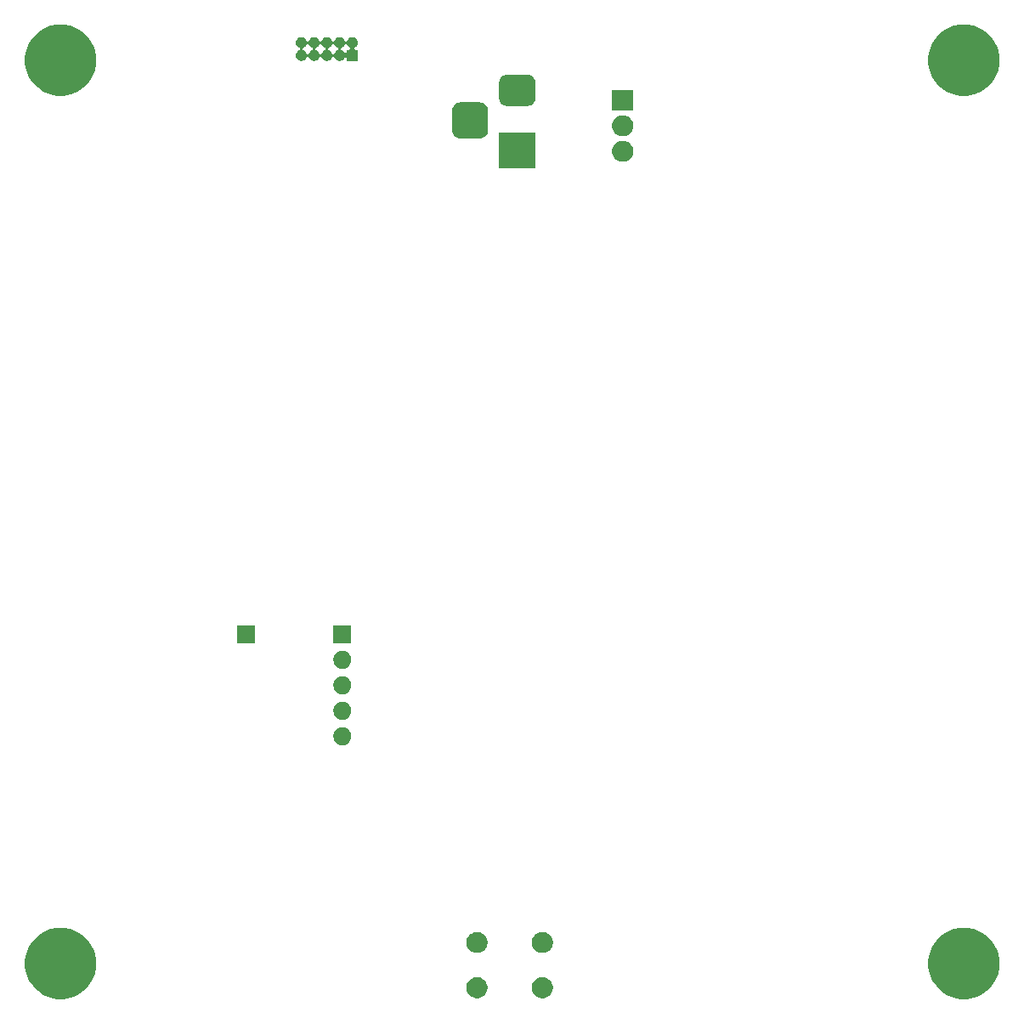
<source format=gbr>
G04 #@! TF.GenerationSoftware,KiCad,Pcbnew,(5.1.5-0-10_14)*
G04 #@! TF.CreationDate,2020-05-09T18:14:48-06:00*
G04 #@! TF.ProjectId,business-card-v3-programmer-board-pcb,62757369-6e65-4737-932d-636172642d76,rev?*
G04 #@! TF.SameCoordinates,Original*
G04 #@! TF.FileFunction,Soldermask,Bot*
G04 #@! TF.FilePolarity,Negative*
%FSLAX46Y46*%
G04 Gerber Fmt 4.6, Leading zero omitted, Abs format (unit mm)*
G04 Created by KiCad (PCBNEW (5.1.5-0-10_14)) date 2020-05-09 18:14:48*
%MOMM*%
%LPD*%
G04 APERTURE LIST*
%ADD10C,0.100000*%
G04 APERTURE END LIST*
D10*
G36*
X193535787Y-151585462D02*
G01*
X193535790Y-151585463D01*
X193535789Y-151585463D01*
X194182029Y-151853144D01*
X194763631Y-152241758D01*
X195258242Y-152736369D01*
X195646856Y-153317971D01*
X195754552Y-153577973D01*
X195914538Y-153964213D01*
X196051000Y-154650256D01*
X196051000Y-155349744D01*
X195914538Y-156035787D01*
X195914537Y-156035789D01*
X195646856Y-156682029D01*
X195258242Y-157263631D01*
X194763631Y-157758242D01*
X194182029Y-158146856D01*
X193994905Y-158224365D01*
X193535787Y-158414538D01*
X192849744Y-158551000D01*
X192150256Y-158551000D01*
X191464213Y-158414538D01*
X191005095Y-158224365D01*
X190817971Y-158146856D01*
X190236369Y-157758242D01*
X189741758Y-157263631D01*
X189353144Y-156682029D01*
X189085463Y-156035789D01*
X189085462Y-156035787D01*
X188949000Y-155349744D01*
X188949000Y-154650256D01*
X189085462Y-153964213D01*
X189245448Y-153577973D01*
X189353144Y-153317971D01*
X189741758Y-152736369D01*
X190236369Y-152241758D01*
X190817971Y-151853144D01*
X191464211Y-151585463D01*
X191464210Y-151585463D01*
X191464213Y-151585462D01*
X192150256Y-151449000D01*
X192849744Y-151449000D01*
X193535787Y-151585462D01*
G37*
G36*
X103535787Y-151585462D02*
G01*
X103535790Y-151585463D01*
X103535789Y-151585463D01*
X104182029Y-151853144D01*
X104763631Y-152241758D01*
X105258242Y-152736369D01*
X105646856Y-153317971D01*
X105754552Y-153577973D01*
X105914538Y-153964213D01*
X106051000Y-154650256D01*
X106051000Y-155349744D01*
X105914538Y-156035787D01*
X105914537Y-156035789D01*
X105646856Y-156682029D01*
X105258242Y-157263631D01*
X104763631Y-157758242D01*
X104182029Y-158146856D01*
X103994905Y-158224365D01*
X103535787Y-158414538D01*
X102849744Y-158551000D01*
X102150256Y-158551000D01*
X101464213Y-158414538D01*
X101005095Y-158224365D01*
X100817971Y-158146856D01*
X100236369Y-157758242D01*
X99741758Y-157263631D01*
X99353144Y-156682029D01*
X99085463Y-156035789D01*
X99085462Y-156035787D01*
X98949000Y-155349744D01*
X98949000Y-154650256D01*
X99085462Y-153964213D01*
X99245448Y-153577973D01*
X99353144Y-153317971D01*
X99741758Y-152736369D01*
X100236369Y-152241758D01*
X100817971Y-151853144D01*
X101464211Y-151585463D01*
X101464210Y-151585463D01*
X101464213Y-151585462D01*
X102150256Y-151449000D01*
X102849744Y-151449000D01*
X103535787Y-151585462D01*
G37*
G36*
X150806564Y-156397389D02*
G01*
X150949232Y-156456484D01*
X150997835Y-156476616D01*
X151041573Y-156505841D01*
X151169973Y-156591635D01*
X151316365Y-156738027D01*
X151431385Y-156910167D01*
X151510611Y-157101436D01*
X151551000Y-157304484D01*
X151551000Y-157511516D01*
X151510611Y-157714564D01*
X151431385Y-157905833D01*
X151431384Y-157905835D01*
X151316365Y-158077973D01*
X151169973Y-158224365D01*
X150997835Y-158339384D01*
X150997834Y-158339385D01*
X150997833Y-158339385D01*
X150806564Y-158418611D01*
X150603516Y-158459000D01*
X150396484Y-158459000D01*
X150193436Y-158418611D01*
X150002167Y-158339385D01*
X150002166Y-158339385D01*
X150002165Y-158339384D01*
X149830027Y-158224365D01*
X149683635Y-158077973D01*
X149568616Y-157905835D01*
X149568615Y-157905833D01*
X149489389Y-157714564D01*
X149449000Y-157511516D01*
X149449000Y-157304484D01*
X149489389Y-157101436D01*
X149568615Y-156910167D01*
X149683635Y-156738027D01*
X149830027Y-156591635D01*
X149958427Y-156505841D01*
X150002165Y-156476616D01*
X150050768Y-156456484D01*
X150193436Y-156397389D01*
X150396484Y-156357000D01*
X150603516Y-156357000D01*
X150806564Y-156397389D01*
G37*
G36*
X144306564Y-156397389D02*
G01*
X144449232Y-156456484D01*
X144497835Y-156476616D01*
X144541573Y-156505841D01*
X144669973Y-156591635D01*
X144816365Y-156738027D01*
X144931385Y-156910167D01*
X145010611Y-157101436D01*
X145051000Y-157304484D01*
X145051000Y-157511516D01*
X145010611Y-157714564D01*
X144931385Y-157905833D01*
X144931384Y-157905835D01*
X144816365Y-158077973D01*
X144669973Y-158224365D01*
X144497835Y-158339384D01*
X144497834Y-158339385D01*
X144497833Y-158339385D01*
X144306564Y-158418611D01*
X144103516Y-158459000D01*
X143896484Y-158459000D01*
X143693436Y-158418611D01*
X143502167Y-158339385D01*
X143502166Y-158339385D01*
X143502165Y-158339384D01*
X143330027Y-158224365D01*
X143183635Y-158077973D01*
X143068616Y-157905835D01*
X143068615Y-157905833D01*
X142989389Y-157714564D01*
X142949000Y-157511516D01*
X142949000Y-157304484D01*
X142989389Y-157101436D01*
X143068615Y-156910167D01*
X143183635Y-156738027D01*
X143330027Y-156591635D01*
X143458427Y-156505841D01*
X143502165Y-156476616D01*
X143550768Y-156456484D01*
X143693436Y-156397389D01*
X143896484Y-156357000D01*
X144103516Y-156357000D01*
X144306564Y-156397389D01*
G37*
G36*
X144306564Y-151897389D02*
G01*
X144494728Y-151975329D01*
X144497835Y-151976616D01*
X144569777Y-152024686D01*
X144669973Y-152091635D01*
X144816365Y-152238027D01*
X144931385Y-152410167D01*
X145010611Y-152601436D01*
X145051000Y-152804484D01*
X145051000Y-153011516D01*
X145010611Y-153214564D01*
X144967778Y-153317972D01*
X144931384Y-153405835D01*
X144816365Y-153577973D01*
X144669973Y-153724365D01*
X144497835Y-153839384D01*
X144497834Y-153839385D01*
X144497833Y-153839385D01*
X144306564Y-153918611D01*
X144103516Y-153959000D01*
X143896484Y-153959000D01*
X143693436Y-153918611D01*
X143502167Y-153839385D01*
X143502166Y-153839385D01*
X143502165Y-153839384D01*
X143330027Y-153724365D01*
X143183635Y-153577973D01*
X143068616Y-153405835D01*
X143032222Y-153317972D01*
X142989389Y-153214564D01*
X142949000Y-153011516D01*
X142949000Y-152804484D01*
X142989389Y-152601436D01*
X143068615Y-152410167D01*
X143183635Y-152238027D01*
X143330027Y-152091635D01*
X143430223Y-152024686D01*
X143502165Y-151976616D01*
X143505272Y-151975329D01*
X143693436Y-151897389D01*
X143896484Y-151857000D01*
X144103516Y-151857000D01*
X144306564Y-151897389D01*
G37*
G36*
X150806564Y-151897389D02*
G01*
X150994728Y-151975329D01*
X150997835Y-151976616D01*
X151069777Y-152024686D01*
X151169973Y-152091635D01*
X151316365Y-152238027D01*
X151431385Y-152410167D01*
X151510611Y-152601436D01*
X151551000Y-152804484D01*
X151551000Y-153011516D01*
X151510611Y-153214564D01*
X151467778Y-153317972D01*
X151431384Y-153405835D01*
X151316365Y-153577973D01*
X151169973Y-153724365D01*
X150997835Y-153839384D01*
X150997834Y-153839385D01*
X150997833Y-153839385D01*
X150806564Y-153918611D01*
X150603516Y-153959000D01*
X150396484Y-153959000D01*
X150193436Y-153918611D01*
X150002167Y-153839385D01*
X150002166Y-153839385D01*
X150002165Y-153839384D01*
X149830027Y-153724365D01*
X149683635Y-153577973D01*
X149568616Y-153405835D01*
X149532222Y-153317972D01*
X149489389Y-153214564D01*
X149449000Y-153011516D01*
X149449000Y-152804484D01*
X149489389Y-152601436D01*
X149568615Y-152410167D01*
X149683635Y-152238027D01*
X149830027Y-152091635D01*
X149930223Y-152024686D01*
X150002165Y-151976616D01*
X150005272Y-151975329D01*
X150193436Y-151897389D01*
X150396484Y-151857000D01*
X150603516Y-151857000D01*
X150806564Y-151897389D01*
G37*
G36*
X130689512Y-131463927D02*
G01*
X130838812Y-131493624D01*
X131002784Y-131561544D01*
X131150354Y-131660147D01*
X131275853Y-131785646D01*
X131374456Y-131933216D01*
X131442376Y-132097188D01*
X131477000Y-132271259D01*
X131477000Y-132448741D01*
X131442376Y-132622812D01*
X131374456Y-132786784D01*
X131275853Y-132934354D01*
X131150354Y-133059853D01*
X131002784Y-133158456D01*
X130838812Y-133226376D01*
X130689512Y-133256073D01*
X130664742Y-133261000D01*
X130487258Y-133261000D01*
X130462488Y-133256073D01*
X130313188Y-133226376D01*
X130149216Y-133158456D01*
X130001646Y-133059853D01*
X129876147Y-132934354D01*
X129777544Y-132786784D01*
X129709624Y-132622812D01*
X129675000Y-132448741D01*
X129675000Y-132271259D01*
X129709624Y-132097188D01*
X129777544Y-131933216D01*
X129876147Y-131785646D01*
X130001646Y-131660147D01*
X130149216Y-131561544D01*
X130313188Y-131493624D01*
X130462488Y-131463927D01*
X130487258Y-131459000D01*
X130664742Y-131459000D01*
X130689512Y-131463927D01*
G37*
G36*
X130689512Y-128923927D02*
G01*
X130838812Y-128953624D01*
X131002784Y-129021544D01*
X131150354Y-129120147D01*
X131275853Y-129245646D01*
X131374456Y-129393216D01*
X131442376Y-129557188D01*
X131477000Y-129731259D01*
X131477000Y-129908741D01*
X131442376Y-130082812D01*
X131374456Y-130246784D01*
X131275853Y-130394354D01*
X131150354Y-130519853D01*
X131002784Y-130618456D01*
X130838812Y-130686376D01*
X130689512Y-130716073D01*
X130664742Y-130721000D01*
X130487258Y-130721000D01*
X130462488Y-130716073D01*
X130313188Y-130686376D01*
X130149216Y-130618456D01*
X130001646Y-130519853D01*
X129876147Y-130394354D01*
X129777544Y-130246784D01*
X129709624Y-130082812D01*
X129675000Y-129908741D01*
X129675000Y-129731259D01*
X129709624Y-129557188D01*
X129777544Y-129393216D01*
X129876147Y-129245646D01*
X130001646Y-129120147D01*
X130149216Y-129021544D01*
X130313188Y-128953624D01*
X130462488Y-128923927D01*
X130487258Y-128919000D01*
X130664742Y-128919000D01*
X130689512Y-128923927D01*
G37*
G36*
X130689512Y-126383927D02*
G01*
X130838812Y-126413624D01*
X131002784Y-126481544D01*
X131150354Y-126580147D01*
X131275853Y-126705646D01*
X131374456Y-126853216D01*
X131442376Y-127017188D01*
X131477000Y-127191259D01*
X131477000Y-127368741D01*
X131442376Y-127542812D01*
X131374456Y-127706784D01*
X131275853Y-127854354D01*
X131150354Y-127979853D01*
X131002784Y-128078456D01*
X130838812Y-128146376D01*
X130689512Y-128176073D01*
X130664742Y-128181000D01*
X130487258Y-128181000D01*
X130462488Y-128176073D01*
X130313188Y-128146376D01*
X130149216Y-128078456D01*
X130001646Y-127979853D01*
X129876147Y-127854354D01*
X129777544Y-127706784D01*
X129709624Y-127542812D01*
X129675000Y-127368741D01*
X129675000Y-127191259D01*
X129709624Y-127017188D01*
X129777544Y-126853216D01*
X129876147Y-126705646D01*
X130001646Y-126580147D01*
X130149216Y-126481544D01*
X130313188Y-126413624D01*
X130462488Y-126383927D01*
X130487258Y-126379000D01*
X130664742Y-126379000D01*
X130689512Y-126383927D01*
G37*
G36*
X130689512Y-123843927D02*
G01*
X130838812Y-123873624D01*
X131002784Y-123941544D01*
X131150354Y-124040147D01*
X131275853Y-124165646D01*
X131374456Y-124313216D01*
X131442376Y-124477188D01*
X131477000Y-124651259D01*
X131477000Y-124828741D01*
X131442376Y-125002812D01*
X131374456Y-125166784D01*
X131275853Y-125314354D01*
X131150354Y-125439853D01*
X131002784Y-125538456D01*
X130838812Y-125606376D01*
X130689512Y-125636073D01*
X130664742Y-125641000D01*
X130487258Y-125641000D01*
X130462488Y-125636073D01*
X130313188Y-125606376D01*
X130149216Y-125538456D01*
X130001646Y-125439853D01*
X129876147Y-125314354D01*
X129777544Y-125166784D01*
X129709624Y-125002812D01*
X129675000Y-124828741D01*
X129675000Y-124651259D01*
X129709624Y-124477188D01*
X129777544Y-124313216D01*
X129876147Y-124165646D01*
X130001646Y-124040147D01*
X130149216Y-123941544D01*
X130313188Y-123873624D01*
X130462488Y-123843927D01*
X130487258Y-123839000D01*
X130664742Y-123839000D01*
X130689512Y-123843927D01*
G37*
G36*
X131477000Y-123101000D02*
G01*
X129675000Y-123101000D01*
X129675000Y-121299000D01*
X131477000Y-121299000D01*
X131477000Y-123101000D01*
G37*
G36*
X121901000Y-123101000D02*
G01*
X120099000Y-123101000D01*
X120099000Y-121299000D01*
X121901000Y-121299000D01*
X121901000Y-123101000D01*
G37*
G36*
X149801000Y-75801000D02*
G01*
X146199000Y-75801000D01*
X146199000Y-72199000D01*
X149801000Y-72199000D01*
X149801000Y-75801000D01*
G37*
G36*
X158806564Y-73069389D02*
G01*
X158997833Y-73148615D01*
X158997835Y-73148616D01*
X159169973Y-73263635D01*
X159316365Y-73410027D01*
X159431385Y-73582167D01*
X159510611Y-73773436D01*
X159551000Y-73976484D01*
X159551000Y-74183516D01*
X159510611Y-74386564D01*
X159431385Y-74577833D01*
X159431384Y-74577835D01*
X159316365Y-74749973D01*
X159169973Y-74896365D01*
X158997835Y-75011384D01*
X158997834Y-75011385D01*
X158997833Y-75011385D01*
X158806564Y-75090611D01*
X158603516Y-75131000D01*
X158396484Y-75131000D01*
X158193436Y-75090611D01*
X158002167Y-75011385D01*
X158002166Y-75011385D01*
X158002165Y-75011384D01*
X157830027Y-74896365D01*
X157683635Y-74749973D01*
X157568616Y-74577835D01*
X157568615Y-74577833D01*
X157489389Y-74386564D01*
X157449000Y-74183516D01*
X157449000Y-73976484D01*
X157489389Y-73773436D01*
X157568615Y-73582167D01*
X157683635Y-73410027D01*
X157830027Y-73263635D01*
X158002165Y-73148616D01*
X158002167Y-73148615D01*
X158193436Y-73069389D01*
X158396484Y-73029000D01*
X158603516Y-73029000D01*
X158806564Y-73069389D01*
G37*
G36*
X144426366Y-69215695D02*
G01*
X144583460Y-69263349D01*
X144728231Y-69340731D01*
X144855128Y-69444872D01*
X144959269Y-69571769D01*
X145036651Y-69716540D01*
X145084305Y-69873634D01*
X145101000Y-70043140D01*
X145101000Y-71956860D01*
X145084305Y-72126366D01*
X145036651Y-72283460D01*
X144959269Y-72428231D01*
X144855128Y-72555128D01*
X144728231Y-72659269D01*
X144583460Y-72736651D01*
X144426366Y-72784305D01*
X144256860Y-72801000D01*
X142343140Y-72801000D01*
X142173634Y-72784305D01*
X142016540Y-72736651D01*
X141871769Y-72659269D01*
X141744872Y-72555128D01*
X141640731Y-72428231D01*
X141563349Y-72283460D01*
X141515695Y-72126366D01*
X141499000Y-71956860D01*
X141499000Y-70043140D01*
X141515695Y-69873634D01*
X141563349Y-69716540D01*
X141640731Y-69571769D01*
X141744872Y-69444872D01*
X141871769Y-69340731D01*
X142016540Y-69263349D01*
X142173634Y-69215695D01*
X142343140Y-69199000D01*
X144256860Y-69199000D01*
X144426366Y-69215695D01*
G37*
G36*
X158806564Y-70529389D02*
G01*
X158997833Y-70608615D01*
X158997835Y-70608616D01*
X159169973Y-70723635D01*
X159316365Y-70870027D01*
X159431385Y-71042167D01*
X159510611Y-71233436D01*
X159551000Y-71436484D01*
X159551000Y-71643516D01*
X159510611Y-71846564D01*
X159488270Y-71900500D01*
X159431384Y-72037835D01*
X159316365Y-72209973D01*
X159169973Y-72356365D01*
X158997835Y-72471384D01*
X158997834Y-72471385D01*
X158997833Y-72471385D01*
X158806564Y-72550611D01*
X158603516Y-72591000D01*
X158396484Y-72591000D01*
X158193436Y-72550611D01*
X158002167Y-72471385D01*
X158002166Y-72471385D01*
X158002165Y-72471384D01*
X157830027Y-72356365D01*
X157683635Y-72209973D01*
X157568616Y-72037835D01*
X157511730Y-71900500D01*
X157489389Y-71846564D01*
X157449000Y-71643516D01*
X157449000Y-71436484D01*
X157489389Y-71233436D01*
X157568615Y-71042167D01*
X157683635Y-70870027D01*
X157830027Y-70723635D01*
X158002165Y-70608616D01*
X158002167Y-70608615D01*
X158193436Y-70529389D01*
X158396484Y-70489000D01*
X158603516Y-70489000D01*
X158806564Y-70529389D01*
G37*
G36*
X159551000Y-70051000D02*
G01*
X157449000Y-70051000D01*
X157449000Y-67949000D01*
X159551000Y-67949000D01*
X159551000Y-70051000D01*
G37*
G36*
X149226979Y-66463293D02*
G01*
X149360625Y-66503834D01*
X149483784Y-66569664D01*
X149591740Y-66658260D01*
X149680336Y-66766216D01*
X149746166Y-66889375D01*
X149786707Y-67023021D01*
X149801000Y-67168140D01*
X149801000Y-68831860D01*
X149786707Y-68976979D01*
X149746166Y-69110625D01*
X149680336Y-69233784D01*
X149591740Y-69341740D01*
X149483784Y-69430336D01*
X149360625Y-69496166D01*
X149226979Y-69536707D01*
X149081860Y-69551000D01*
X146918140Y-69551000D01*
X146773021Y-69536707D01*
X146639375Y-69496166D01*
X146516216Y-69430336D01*
X146408260Y-69341740D01*
X146319664Y-69233784D01*
X146253834Y-69110625D01*
X146213293Y-68976979D01*
X146199000Y-68831860D01*
X146199000Y-67168140D01*
X146213293Y-67023021D01*
X146253834Y-66889375D01*
X146319664Y-66766216D01*
X146408260Y-66658260D01*
X146516216Y-66569664D01*
X146639375Y-66503834D01*
X146773021Y-66463293D01*
X146918140Y-66449000D01*
X149081860Y-66449000D01*
X149226979Y-66463293D01*
G37*
G36*
X103535787Y-61585462D02*
G01*
X103535790Y-61585463D01*
X103535789Y-61585463D01*
X104182029Y-61853144D01*
X104763631Y-62241758D01*
X105258242Y-62736369D01*
X105646856Y-63317971D01*
X105761541Y-63594845D01*
X105914538Y-63964213D01*
X106051000Y-64650256D01*
X106051000Y-65349744D01*
X105914538Y-66035787D01*
X105914537Y-66035789D01*
X105646856Y-66682029D01*
X105258242Y-67263631D01*
X104763631Y-67758242D01*
X104182029Y-68146856D01*
X103725068Y-68336135D01*
X103535787Y-68414538D01*
X102849744Y-68551000D01*
X102150256Y-68551000D01*
X101464213Y-68414538D01*
X101274932Y-68336135D01*
X100817971Y-68146856D01*
X100236369Y-67758242D01*
X99741758Y-67263631D01*
X99353144Y-66682029D01*
X99085463Y-66035789D01*
X99085462Y-66035787D01*
X98949000Y-65349744D01*
X98949000Y-64650256D01*
X99085462Y-63964213D01*
X99238459Y-63594845D01*
X99353144Y-63317971D01*
X99741758Y-62736369D01*
X100236369Y-62241758D01*
X100817971Y-61853144D01*
X101464211Y-61585463D01*
X101464210Y-61585463D01*
X101464213Y-61585462D01*
X102150256Y-61449000D01*
X102849744Y-61449000D01*
X103535787Y-61585462D01*
G37*
G36*
X193535787Y-61585462D02*
G01*
X193535790Y-61585463D01*
X193535789Y-61585463D01*
X194182029Y-61853144D01*
X194763631Y-62241758D01*
X195258242Y-62736369D01*
X195646856Y-63317971D01*
X195761541Y-63594845D01*
X195914538Y-63964213D01*
X196051000Y-64650256D01*
X196051000Y-65349744D01*
X195914538Y-66035787D01*
X195914537Y-66035789D01*
X195646856Y-66682029D01*
X195258242Y-67263631D01*
X194763631Y-67758242D01*
X194182029Y-68146856D01*
X193725068Y-68336135D01*
X193535787Y-68414538D01*
X192849744Y-68551000D01*
X192150256Y-68551000D01*
X191464213Y-68414538D01*
X191274932Y-68336135D01*
X190817971Y-68146856D01*
X190236369Y-67758242D01*
X189741758Y-67263631D01*
X189353144Y-66682029D01*
X189085463Y-66035789D01*
X189085462Y-66035787D01*
X188949000Y-65349744D01*
X188949000Y-64650256D01*
X189085462Y-63964213D01*
X189238459Y-63594845D01*
X189353144Y-63317971D01*
X189741758Y-62736369D01*
X190236369Y-62241758D01*
X190817971Y-61853144D01*
X191464211Y-61585463D01*
X191464210Y-61585463D01*
X191464213Y-61585462D01*
X192150256Y-61449000D01*
X192849744Y-61449000D01*
X193535787Y-61585462D01*
G37*
G36*
X126652721Y-62716174D02*
G01*
X126752995Y-62757709D01*
X126752996Y-62757710D01*
X126843242Y-62818010D01*
X126919990Y-62894758D01*
X126919991Y-62894760D01*
X126980291Y-62985005D01*
X127011516Y-63060389D01*
X127023067Y-63082000D01*
X127038612Y-63100941D01*
X127057554Y-63116487D01*
X127079165Y-63128038D01*
X127102614Y-63135151D01*
X127127000Y-63137553D01*
X127151386Y-63135151D01*
X127174835Y-63128038D01*
X127196446Y-63116487D01*
X127215387Y-63100942D01*
X127230933Y-63082000D01*
X127242484Y-63060389D01*
X127273709Y-62985005D01*
X127334009Y-62894760D01*
X127334010Y-62894758D01*
X127410758Y-62818010D01*
X127501004Y-62757710D01*
X127501005Y-62757709D01*
X127601279Y-62716174D01*
X127707730Y-62695000D01*
X127816270Y-62695000D01*
X127922721Y-62716174D01*
X128022995Y-62757709D01*
X128022996Y-62757710D01*
X128113242Y-62818010D01*
X128189990Y-62894758D01*
X128189991Y-62894760D01*
X128250291Y-62985005D01*
X128281516Y-63060389D01*
X128293067Y-63082000D01*
X128308612Y-63100941D01*
X128327554Y-63116487D01*
X128349165Y-63128038D01*
X128372614Y-63135151D01*
X128397000Y-63137553D01*
X128421386Y-63135151D01*
X128444835Y-63128038D01*
X128466446Y-63116487D01*
X128485387Y-63100942D01*
X128500933Y-63082000D01*
X128512484Y-63060389D01*
X128543709Y-62985005D01*
X128604009Y-62894760D01*
X128604010Y-62894758D01*
X128680758Y-62818010D01*
X128771004Y-62757710D01*
X128771005Y-62757709D01*
X128871279Y-62716174D01*
X128977730Y-62695000D01*
X129086270Y-62695000D01*
X129192721Y-62716174D01*
X129292995Y-62757709D01*
X129292996Y-62757710D01*
X129383242Y-62818010D01*
X129459990Y-62894758D01*
X129459991Y-62894760D01*
X129520291Y-62985005D01*
X129551516Y-63060389D01*
X129563067Y-63082000D01*
X129578612Y-63100941D01*
X129597554Y-63116487D01*
X129619165Y-63128038D01*
X129642614Y-63135151D01*
X129667000Y-63137553D01*
X129691386Y-63135151D01*
X129714835Y-63128038D01*
X129736446Y-63116487D01*
X129755387Y-63100942D01*
X129770933Y-63082000D01*
X129782484Y-63060389D01*
X129813709Y-62985005D01*
X129874009Y-62894760D01*
X129874010Y-62894758D01*
X129950758Y-62818010D01*
X130041004Y-62757710D01*
X130041005Y-62757709D01*
X130141279Y-62716174D01*
X130247730Y-62695000D01*
X130356270Y-62695000D01*
X130462721Y-62716174D01*
X130562995Y-62757709D01*
X130562996Y-62757710D01*
X130653242Y-62818010D01*
X130729990Y-62894758D01*
X130729991Y-62894760D01*
X130790291Y-62985005D01*
X130821516Y-63060389D01*
X130833067Y-63082000D01*
X130848612Y-63100941D01*
X130867554Y-63116487D01*
X130889165Y-63128038D01*
X130912614Y-63135151D01*
X130937000Y-63137553D01*
X130961386Y-63135151D01*
X130984835Y-63128038D01*
X131006446Y-63116487D01*
X131025387Y-63100942D01*
X131040933Y-63082000D01*
X131052484Y-63060389D01*
X131083709Y-62985005D01*
X131144009Y-62894760D01*
X131144010Y-62894758D01*
X131220758Y-62818010D01*
X131311004Y-62757710D01*
X131311005Y-62757709D01*
X131411279Y-62716174D01*
X131517730Y-62695000D01*
X131626270Y-62695000D01*
X131732721Y-62716174D01*
X131832995Y-62757709D01*
X131832996Y-62757710D01*
X131923242Y-62818010D01*
X131999990Y-62894758D01*
X131999991Y-62894760D01*
X132060291Y-62985005D01*
X132101826Y-63085279D01*
X132123000Y-63191730D01*
X132123000Y-63300270D01*
X132101826Y-63406721D01*
X132060291Y-63506995D01*
X132060290Y-63506996D01*
X131999990Y-63597242D01*
X131923242Y-63673990D01*
X131891816Y-63694988D01*
X131830336Y-63736068D01*
X131811394Y-63751614D01*
X131795849Y-63770556D01*
X131784298Y-63792167D01*
X131777185Y-63815615D01*
X131774783Y-63840002D01*
X131777185Y-63864388D01*
X131784298Y-63887837D01*
X131795849Y-63909447D01*
X131811395Y-63928389D01*
X131830337Y-63943934D01*
X131851948Y-63955485D01*
X131875396Y-63962598D01*
X131899782Y-63965000D01*
X132123000Y-63965000D01*
X132123000Y-65067000D01*
X131021000Y-65067000D01*
X131021000Y-64843782D01*
X131018598Y-64819396D01*
X131011485Y-64795947D01*
X130999934Y-64774336D01*
X130984389Y-64755394D01*
X130965447Y-64739849D01*
X130943836Y-64728298D01*
X130920387Y-64721185D01*
X130896001Y-64718783D01*
X130871615Y-64721185D01*
X130848166Y-64728298D01*
X130826555Y-64739849D01*
X130807613Y-64755394D01*
X130792068Y-64774336D01*
X130750988Y-64835816D01*
X130729990Y-64867242D01*
X130653242Y-64943990D01*
X130635896Y-64955580D01*
X130562995Y-65004291D01*
X130462721Y-65045826D01*
X130356270Y-65067000D01*
X130247730Y-65067000D01*
X130141279Y-65045826D01*
X130041005Y-65004291D01*
X129968104Y-64955580D01*
X129950758Y-64943990D01*
X129874010Y-64867242D01*
X129842041Y-64819396D01*
X129813709Y-64776995D01*
X129782484Y-64701611D01*
X129770933Y-64680000D01*
X129755388Y-64661059D01*
X129736446Y-64645513D01*
X129714835Y-64633962D01*
X129691386Y-64626849D01*
X129667000Y-64624447D01*
X129642614Y-64626849D01*
X129619165Y-64633962D01*
X129597554Y-64645513D01*
X129578613Y-64661058D01*
X129563067Y-64680000D01*
X129551516Y-64701611D01*
X129520291Y-64776995D01*
X129491959Y-64819396D01*
X129459990Y-64867242D01*
X129383242Y-64943990D01*
X129365896Y-64955580D01*
X129292995Y-65004291D01*
X129192721Y-65045826D01*
X129086270Y-65067000D01*
X128977730Y-65067000D01*
X128871279Y-65045826D01*
X128771005Y-65004291D01*
X128698104Y-64955580D01*
X128680758Y-64943990D01*
X128604010Y-64867242D01*
X128572041Y-64819396D01*
X128543709Y-64776995D01*
X128512484Y-64701611D01*
X128500933Y-64680000D01*
X128485388Y-64661059D01*
X128466446Y-64645513D01*
X128444835Y-64633962D01*
X128421386Y-64626849D01*
X128397000Y-64624447D01*
X128372614Y-64626849D01*
X128349165Y-64633962D01*
X128327554Y-64645513D01*
X128308613Y-64661058D01*
X128293067Y-64680000D01*
X128281516Y-64701611D01*
X128250291Y-64776995D01*
X128221959Y-64819396D01*
X128189990Y-64867242D01*
X128113242Y-64943990D01*
X128095896Y-64955580D01*
X128022995Y-65004291D01*
X127922721Y-65045826D01*
X127816270Y-65067000D01*
X127707730Y-65067000D01*
X127601279Y-65045826D01*
X127501005Y-65004291D01*
X127428104Y-64955580D01*
X127410758Y-64943990D01*
X127334010Y-64867242D01*
X127302041Y-64819396D01*
X127273709Y-64776995D01*
X127242484Y-64701611D01*
X127230933Y-64680000D01*
X127215388Y-64661059D01*
X127196446Y-64645513D01*
X127174835Y-64633962D01*
X127151386Y-64626849D01*
X127127000Y-64624447D01*
X127102614Y-64626849D01*
X127079165Y-64633962D01*
X127057554Y-64645513D01*
X127038613Y-64661058D01*
X127023067Y-64680000D01*
X127011516Y-64701611D01*
X126980291Y-64776995D01*
X126951959Y-64819396D01*
X126919990Y-64867242D01*
X126843242Y-64943990D01*
X126825896Y-64955580D01*
X126752995Y-65004291D01*
X126652721Y-65045826D01*
X126546270Y-65067000D01*
X126437730Y-65067000D01*
X126331279Y-65045826D01*
X126231005Y-65004291D01*
X126158104Y-64955580D01*
X126140758Y-64943990D01*
X126064010Y-64867242D01*
X126032041Y-64819396D01*
X126003709Y-64776995D01*
X125962174Y-64676721D01*
X125941000Y-64570270D01*
X125941000Y-64461730D01*
X125962174Y-64355279D01*
X126003709Y-64255005D01*
X126064009Y-64164760D01*
X126064010Y-64164758D01*
X126140758Y-64088010D01*
X126231004Y-64027710D01*
X126231005Y-64027709D01*
X126306389Y-63996484D01*
X126328000Y-63984933D01*
X126346941Y-63969388D01*
X126362487Y-63950446D01*
X126374038Y-63928835D01*
X126381151Y-63905386D01*
X126383553Y-63881000D01*
X126600447Y-63881000D01*
X126602849Y-63905386D01*
X126609962Y-63928835D01*
X126621513Y-63950446D01*
X126637058Y-63969387D01*
X126656000Y-63984933D01*
X126677611Y-63996484D01*
X126752995Y-64027709D01*
X126752996Y-64027710D01*
X126843242Y-64088010D01*
X126919990Y-64164758D01*
X126919991Y-64164760D01*
X126980291Y-64255005D01*
X127011516Y-64330389D01*
X127023067Y-64352000D01*
X127038612Y-64370941D01*
X127057554Y-64386487D01*
X127079165Y-64398038D01*
X127102614Y-64405151D01*
X127127000Y-64407553D01*
X127151386Y-64405151D01*
X127174835Y-64398038D01*
X127196446Y-64386487D01*
X127215387Y-64370942D01*
X127230933Y-64352000D01*
X127242484Y-64330389D01*
X127273709Y-64255005D01*
X127334009Y-64164760D01*
X127334010Y-64164758D01*
X127410758Y-64088010D01*
X127501004Y-64027710D01*
X127501005Y-64027709D01*
X127576389Y-63996484D01*
X127598000Y-63984933D01*
X127616941Y-63969388D01*
X127632487Y-63950446D01*
X127644038Y-63928835D01*
X127651151Y-63905386D01*
X127653553Y-63881000D01*
X127870447Y-63881000D01*
X127872849Y-63905386D01*
X127879962Y-63928835D01*
X127891513Y-63950446D01*
X127907058Y-63969387D01*
X127926000Y-63984933D01*
X127947611Y-63996484D01*
X128022995Y-64027709D01*
X128022996Y-64027710D01*
X128113242Y-64088010D01*
X128189990Y-64164758D01*
X128189991Y-64164760D01*
X128250291Y-64255005D01*
X128281516Y-64330389D01*
X128293067Y-64352000D01*
X128308612Y-64370941D01*
X128327554Y-64386487D01*
X128349165Y-64398038D01*
X128372614Y-64405151D01*
X128397000Y-64407553D01*
X128421386Y-64405151D01*
X128444835Y-64398038D01*
X128466446Y-64386487D01*
X128485387Y-64370942D01*
X128500933Y-64352000D01*
X128512484Y-64330389D01*
X128543709Y-64255005D01*
X128604009Y-64164760D01*
X128604010Y-64164758D01*
X128680758Y-64088010D01*
X128771004Y-64027710D01*
X128771005Y-64027709D01*
X128846389Y-63996484D01*
X128868000Y-63984933D01*
X128886941Y-63969388D01*
X128902487Y-63950446D01*
X128914038Y-63928835D01*
X128921151Y-63905386D01*
X128923553Y-63881000D01*
X129140447Y-63881000D01*
X129142849Y-63905386D01*
X129149962Y-63928835D01*
X129161513Y-63950446D01*
X129177058Y-63969387D01*
X129196000Y-63984933D01*
X129217611Y-63996484D01*
X129292995Y-64027709D01*
X129292996Y-64027710D01*
X129383242Y-64088010D01*
X129459990Y-64164758D01*
X129459991Y-64164760D01*
X129520291Y-64255005D01*
X129551516Y-64330389D01*
X129563067Y-64352000D01*
X129578612Y-64370941D01*
X129597554Y-64386487D01*
X129619165Y-64398038D01*
X129642614Y-64405151D01*
X129667000Y-64407553D01*
X129691386Y-64405151D01*
X129714835Y-64398038D01*
X129736446Y-64386487D01*
X129755387Y-64370942D01*
X129770933Y-64352000D01*
X129782484Y-64330389D01*
X129813709Y-64255005D01*
X129874009Y-64164760D01*
X129874010Y-64164758D01*
X129950758Y-64088010D01*
X130041004Y-64027710D01*
X130041005Y-64027709D01*
X130116389Y-63996484D01*
X130138000Y-63984933D01*
X130156941Y-63969388D01*
X130172487Y-63950446D01*
X130184038Y-63928835D01*
X130191151Y-63905386D01*
X130193553Y-63881000D01*
X130410447Y-63881000D01*
X130412849Y-63905386D01*
X130419962Y-63928835D01*
X130431513Y-63950446D01*
X130447058Y-63969387D01*
X130466000Y-63984933D01*
X130487611Y-63996484D01*
X130562995Y-64027709D01*
X130562996Y-64027710D01*
X130653242Y-64088010D01*
X130729990Y-64164758D01*
X130729991Y-64164760D01*
X130792068Y-64257664D01*
X130807614Y-64276606D01*
X130826556Y-64292151D01*
X130848167Y-64303702D01*
X130871615Y-64310815D01*
X130896002Y-64313217D01*
X130920388Y-64310815D01*
X130943837Y-64303702D01*
X130965447Y-64292151D01*
X130984389Y-64276605D01*
X130999934Y-64257663D01*
X131011485Y-64236052D01*
X131018598Y-64212604D01*
X131021000Y-64188218D01*
X131021000Y-63965000D01*
X131244218Y-63965000D01*
X131268604Y-63962598D01*
X131292053Y-63955485D01*
X131313664Y-63943934D01*
X131332606Y-63928389D01*
X131348151Y-63909447D01*
X131359702Y-63887836D01*
X131366815Y-63864387D01*
X131369217Y-63840001D01*
X131366815Y-63815615D01*
X131359702Y-63792166D01*
X131348151Y-63770555D01*
X131332606Y-63751613D01*
X131313664Y-63736068D01*
X131252184Y-63694988D01*
X131220758Y-63673990D01*
X131144010Y-63597242D01*
X131083710Y-63506996D01*
X131083709Y-63506995D01*
X131052484Y-63431611D01*
X131040933Y-63410000D01*
X131025388Y-63391059D01*
X131006446Y-63375513D01*
X130984835Y-63363962D01*
X130961386Y-63356849D01*
X130937000Y-63354447D01*
X130912614Y-63356849D01*
X130889165Y-63363962D01*
X130867554Y-63375513D01*
X130848613Y-63391058D01*
X130833067Y-63410000D01*
X130821516Y-63431611D01*
X130790291Y-63506995D01*
X130790290Y-63506996D01*
X130729990Y-63597242D01*
X130653242Y-63673990D01*
X130607812Y-63704345D01*
X130562995Y-63734291D01*
X130487611Y-63765516D01*
X130466000Y-63777067D01*
X130447059Y-63792612D01*
X130431513Y-63811554D01*
X130419962Y-63833165D01*
X130412849Y-63856614D01*
X130410447Y-63881000D01*
X130193553Y-63881000D01*
X130191151Y-63856614D01*
X130184038Y-63833165D01*
X130172487Y-63811554D01*
X130156942Y-63792613D01*
X130138000Y-63777067D01*
X130116389Y-63765516D01*
X130041005Y-63734291D01*
X129996188Y-63704345D01*
X129950758Y-63673990D01*
X129874010Y-63597242D01*
X129813710Y-63506996D01*
X129813709Y-63506995D01*
X129782484Y-63431611D01*
X129770933Y-63410000D01*
X129755388Y-63391059D01*
X129736446Y-63375513D01*
X129714835Y-63363962D01*
X129691386Y-63356849D01*
X129667000Y-63354447D01*
X129642614Y-63356849D01*
X129619165Y-63363962D01*
X129597554Y-63375513D01*
X129578613Y-63391058D01*
X129563067Y-63410000D01*
X129551516Y-63431611D01*
X129520291Y-63506995D01*
X129520290Y-63506996D01*
X129459990Y-63597242D01*
X129383242Y-63673990D01*
X129337812Y-63704345D01*
X129292995Y-63734291D01*
X129217611Y-63765516D01*
X129196000Y-63777067D01*
X129177059Y-63792612D01*
X129161513Y-63811554D01*
X129149962Y-63833165D01*
X129142849Y-63856614D01*
X129140447Y-63881000D01*
X128923553Y-63881000D01*
X128921151Y-63856614D01*
X128914038Y-63833165D01*
X128902487Y-63811554D01*
X128886942Y-63792613D01*
X128868000Y-63777067D01*
X128846389Y-63765516D01*
X128771005Y-63734291D01*
X128726188Y-63704345D01*
X128680758Y-63673990D01*
X128604010Y-63597242D01*
X128543710Y-63506996D01*
X128543709Y-63506995D01*
X128512484Y-63431611D01*
X128500933Y-63410000D01*
X128485388Y-63391059D01*
X128466446Y-63375513D01*
X128444835Y-63363962D01*
X128421386Y-63356849D01*
X128397000Y-63354447D01*
X128372614Y-63356849D01*
X128349165Y-63363962D01*
X128327554Y-63375513D01*
X128308613Y-63391058D01*
X128293067Y-63410000D01*
X128281516Y-63431611D01*
X128250291Y-63506995D01*
X128250290Y-63506996D01*
X128189990Y-63597242D01*
X128113242Y-63673990D01*
X128067812Y-63704345D01*
X128022995Y-63734291D01*
X127947611Y-63765516D01*
X127926000Y-63777067D01*
X127907059Y-63792612D01*
X127891513Y-63811554D01*
X127879962Y-63833165D01*
X127872849Y-63856614D01*
X127870447Y-63881000D01*
X127653553Y-63881000D01*
X127651151Y-63856614D01*
X127644038Y-63833165D01*
X127632487Y-63811554D01*
X127616942Y-63792613D01*
X127598000Y-63777067D01*
X127576389Y-63765516D01*
X127501005Y-63734291D01*
X127456188Y-63704345D01*
X127410758Y-63673990D01*
X127334010Y-63597242D01*
X127273710Y-63506996D01*
X127273709Y-63506995D01*
X127242484Y-63431611D01*
X127230933Y-63410000D01*
X127215388Y-63391059D01*
X127196446Y-63375513D01*
X127174835Y-63363962D01*
X127151386Y-63356849D01*
X127127000Y-63354447D01*
X127102614Y-63356849D01*
X127079165Y-63363962D01*
X127057554Y-63375513D01*
X127038613Y-63391058D01*
X127023067Y-63410000D01*
X127011516Y-63431611D01*
X126980291Y-63506995D01*
X126980290Y-63506996D01*
X126919990Y-63597242D01*
X126843242Y-63673990D01*
X126797812Y-63704345D01*
X126752995Y-63734291D01*
X126677611Y-63765516D01*
X126656000Y-63777067D01*
X126637059Y-63792612D01*
X126621513Y-63811554D01*
X126609962Y-63833165D01*
X126602849Y-63856614D01*
X126600447Y-63881000D01*
X126383553Y-63881000D01*
X126381151Y-63856614D01*
X126374038Y-63833165D01*
X126362487Y-63811554D01*
X126346942Y-63792613D01*
X126328000Y-63777067D01*
X126306389Y-63765516D01*
X126231005Y-63734291D01*
X126186188Y-63704345D01*
X126140758Y-63673990D01*
X126064010Y-63597242D01*
X126003710Y-63506996D01*
X126003709Y-63506995D01*
X125962174Y-63406721D01*
X125941000Y-63300270D01*
X125941000Y-63191730D01*
X125962174Y-63085279D01*
X126003709Y-62985005D01*
X126064009Y-62894760D01*
X126064010Y-62894758D01*
X126140758Y-62818010D01*
X126231004Y-62757710D01*
X126231005Y-62757709D01*
X126331279Y-62716174D01*
X126437730Y-62695000D01*
X126546270Y-62695000D01*
X126652721Y-62716174D01*
G37*
M02*

</source>
